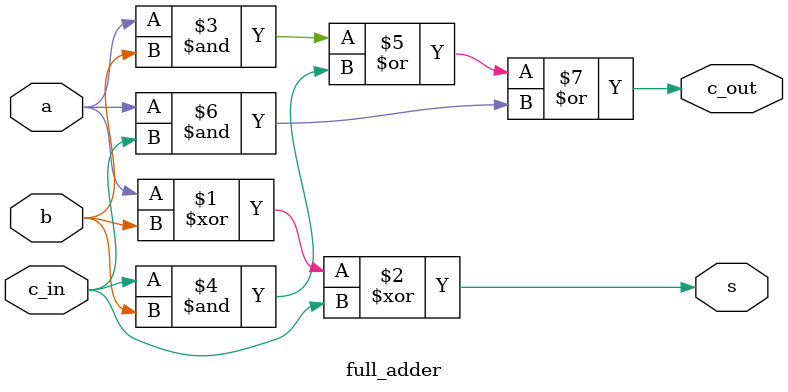
<source format=v>
`timescale 1ns / 1ps


module full_adder(
    input a,
    input b,
    input c_in,
    output s,
    output c_out
);

    assign s = (a^b)^c_in;
    assign c_out = (a&b)|(c_in&b)|(a&c_in); 
    
endmodule

</source>
